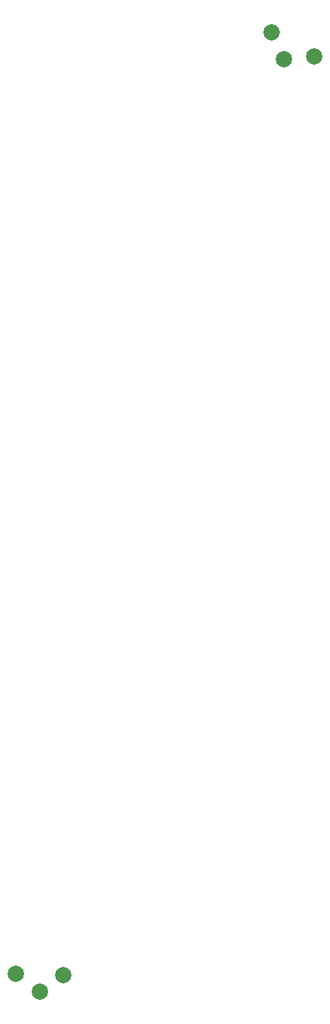
<source format=gbr>
%TF.GenerationSoftware,KiCad,Pcbnew,7.0.9*%
%TF.CreationDate,2023-12-31T20:51:38-05:00*%
%TF.ProjectId,RGB Clock,52474220-436c-46f6-936b-2e6b69636164,rev?*%
%TF.SameCoordinates,Original*%
%TF.FileFunction,Soldermask,Bot*%
%TF.FilePolarity,Negative*%
%FSLAX46Y46*%
G04 Gerber Fmt 4.6, Leading zero omitted, Abs format (unit mm)*
G04 Created by KiCad (PCBNEW 7.0.9) date 2023-12-31 20:51:38*
%MOMM*%
%LPD*%
G01*
G04 APERTURE LIST*
%ADD10C,2.000000*%
G04 APERTURE END LIST*
D10*
%TO.C,J4*%
X55880000Y-162179000D03*
%TD*%
%TO.C,J5*%
X58801000Y-160147000D03*
%TD*%
%TO.C,J8*%
X89662000Y-47117000D03*
%TD*%
%TO.C,J6*%
X85979000Y-47498000D03*
%TD*%
%TO.C,J7*%
X84455000Y-44196000D03*
%TD*%
%TO.C,J3*%
X52959000Y-160020000D03*
%TD*%
M02*

</source>
